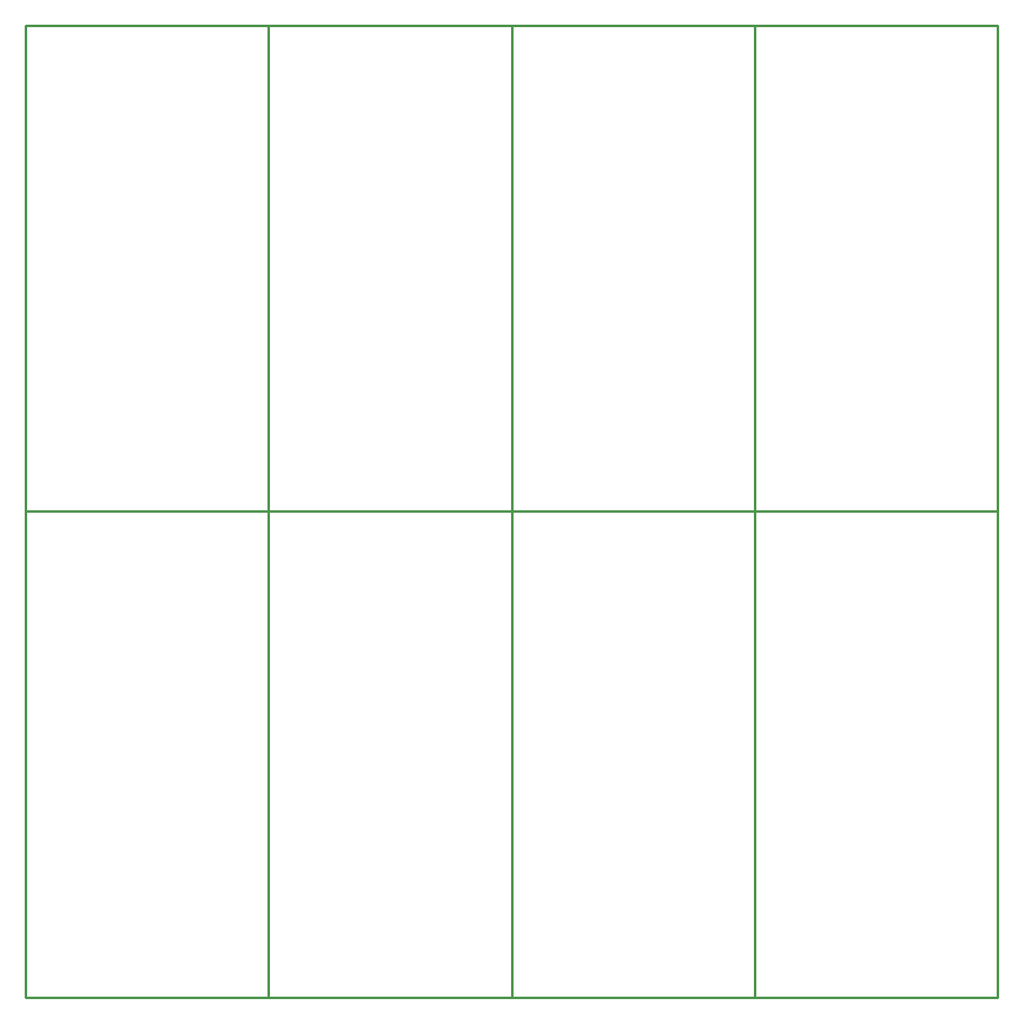
<source format=gko>
G04*
G04 #@! TF.GenerationSoftware,Altium Limited,Altium Designer,18.1.6 (161)*
G04*
G04 Layer_Color=16711935*
%FSLAX25Y25*%
%MOIN*%
G70*
G01*
G75*
%ADD38C,0.01000*%
D38*
X0Y0D02*
Y393701D01*
X393701D02*
X393701Y0D01*
X0D02*
X393701D01*
X0Y393701D02*
X393701D01*
X0Y0D02*
Y196850D01*
X98425D01*
Y0D02*
Y196850D01*
X0Y0D02*
X98425D01*
Y196850D01*
X196850D01*
Y0D02*
Y196850D01*
X98425Y0D02*
X196850D01*
Y196850D01*
X295276D01*
Y0D02*
Y196850D01*
X196850Y0D02*
X295276D01*
Y196850D01*
X393701D01*
Y0D02*
Y196850D01*
X295276Y0D02*
X393701D01*
X0Y196850D02*
Y393701D01*
X98425D01*
Y196850D02*
Y393701D01*
X0Y196850D02*
X98425D01*
Y393701D01*
X196850D01*
Y196850D02*
Y393701D01*
X98425Y196850D02*
X196850D01*
Y393701D01*
X295276D01*
Y196850D02*
Y393701D01*
X196850Y196850D02*
X295276D01*
Y393701D01*
X393701D01*
Y196850D02*
Y393701D01*
X295276Y196850D02*
X393701D01*
M02*

</source>
